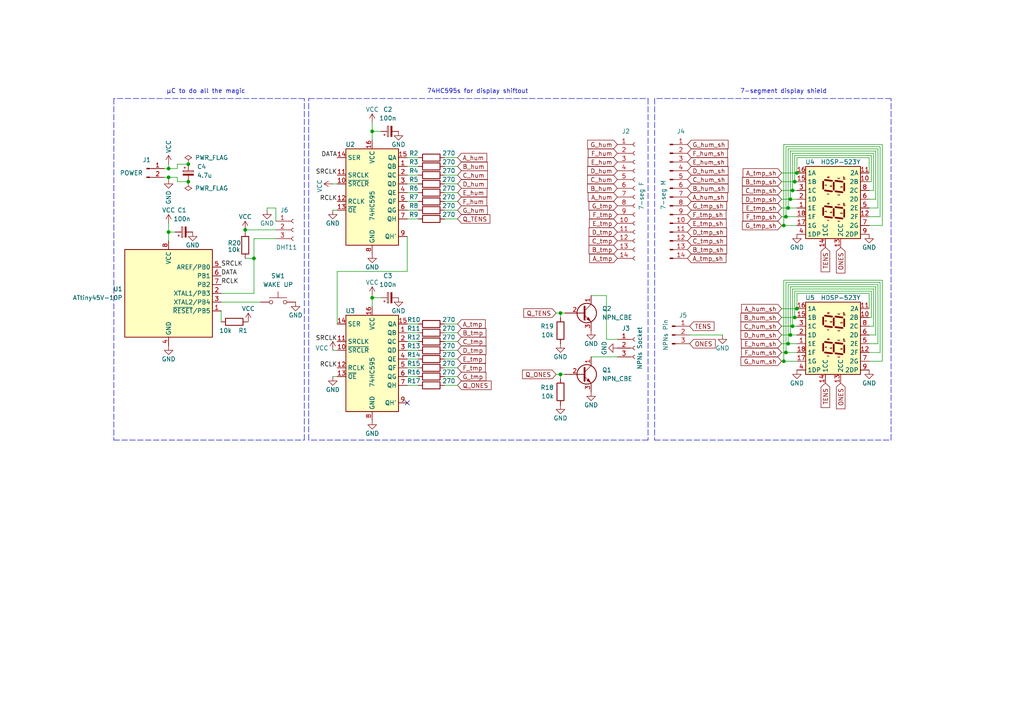
<source format=kicad_sch>
(kicad_sch (version 20211123) (generator eeschema)
  (paper "A4")
  (lib_symbols
    (symbol "74xx:74HC595"
      (property "Reference" "U" (at -7.62 13.97 0))
      (property "Value" "74HC595" (at -7.62 -16.51 0))
      (symbol "74HC595_1_0"
        (pin tri_state line (at 10.16 7.62 180) (length 2.54) (name "QB") (number "1"))
        (pin input line (at -10.16 2.54 0) (length 2.54) (name "~{SRCLR}") (number "10"))
        (pin input line (at -10.16 5.08 0) (length 2.54) (name "SRCLK") (number "11"))
        (pin input line (at -10.16 -2.54 0) (length 2.54) (name "RCLK") (number "12"))
        (pin input line (at -10.16 -5.08 0) (length 2.54) (name "~{OE}") (number "13"))
        (pin input line (at -10.16 10.16 0) (length 2.54) (name "SER") (number "14"))
        (pin tri_state line (at 10.16 10.16 180) (length 2.54) (name "QA") (number "15"))
        (pin power_in line (at 0 15.24 270) (length 2.54) (name "VCC") (number "16"))
        (pin tri_state line (at 10.16 5.08 180) (length 2.54) (name "QC") (number "2"))
        (pin tri_state line (at 10.16 2.54 180) (length 2.54) (name "QD") (number "3"))
        (pin tri_state line (at 10.16 0 180) (length 2.54) (name "QE") (number "4"))
        (pin tri_state line (at 10.16 -2.54 180) (length 2.54) (name "QF") (number "5"))
        (pin tri_state line (at 10.16 -5.08 180) (length 2.54) (name "QG") (number "6"))
        (pin tri_state line (at 10.16 -7.62 180) (length 2.54) (name "QH") (number "7"))
        (pin power_in line (at 0 -17.78 90) (length 2.54) (name "GND") (number "8"))
        (pin output line (at 10.16 -12.7 180) (length 2.54) (name "QH'") (number "9"))
      )
      (symbol "74HC595_1_1"
        (rectangle (start -7.62 12.7) (end 7.62 -15.24) (stroke (width 0.254)) (fill (type background)))
      )
    )
    (symbol "Connector:Conn_01x02_Male" (pin_names (offset 1.016) hide)
      (property "Reference" "J" (at 0 2.54 0))
      (property "Value" "Conn_01x02_Male" (at 0 -5.08 0))
      (symbol "Conn_01x02_Male_1_1"
        (polyline (pts (xy 1.27 -2.54) (xy 0.8636 -2.54)) (stroke (width 0.1524)))
        (polyline (pts (xy 1.27 0) (xy 0.8636 0)) (stroke (width 0.1524)))
        (rectangle (start 0.8636 -2.413) (end 0 -2.667) (stroke (width 0.1524)) (fill (type outline)))
        (rectangle (start 0.8636 0.127) (end 0 -0.127) (stroke (width 0.1524)) (fill (type outline)))
        (pin passive line (at 5.08 0 180) (length 3.81) (name "Pin_1") (number "1"))
        (pin passive line (at 5.08 -2.54 180) (length 3.81) (name "Pin_2") (number "2"))
      )
    )
    (symbol "Connector:Conn_01x03_Female" (pin_names (offset 1.016) hide)
      (property "Reference" "J" (at 0 5.08 0))
      (property "Value" "Conn_01x03_Female" (at 0 -5.08 0))
      (symbol "Conn_01x03_Female_1_1"
        (arc (start 0 -2.032) (mid -0.508 -2.54) (end 0 -3.048) (stroke (width 0.1524)))
        (polyline (pts (xy -1.27 -2.54) (xy -0.508 -2.54)) (stroke (width 0.1524)))
        (polyline (pts (xy -1.27 0) (xy -0.508 0)) (stroke (width 0.1524)))
        (polyline (pts (xy -1.27 2.54) (xy -0.508 2.54)) (stroke (width 0.1524)))
        (arc (start 0 0.508) (mid -0.508 0) (end 0 -0.508) (stroke (width 0.1524)))
        (arc (start 0 3.048) (mid -0.508 2.54) (end 0 2.032) (stroke (width 0.1524)))
        (pin passive line (at -5.08 2.54 0) (length 3.81) (name "Pin_1") (number "1"))
        (pin passive line (at -5.08 0 0) (length 3.81) (name "Pin_2") (number "2"))
        (pin passive line (at -5.08 -2.54 0) (length 3.81) (name "Pin_3") (number "3"))
      )
    )
    (symbol "Connector:Conn_01x03_Male" (pin_names (offset 1.016) hide)
      (property "Reference" "J" (at 0 5.08 0))
      (property "Value" "Conn_01x03_Male" (at 0 -5.08 0))
      (symbol "Conn_01x03_Male_1_1"
        (polyline (pts (xy 1.27 -2.54) (xy 0.8636 -2.54)) (stroke (width 0.1524)))
        (polyline (pts (xy 1.27 0) (xy 0.8636 0)) (stroke (width 0.1524)))
        (polyline (pts (xy 1.27 2.54) (xy 0.8636 2.54)) (stroke (width 0.1524)))
        (rectangle (start 0.8636 -2.413) (end 0 -2.667) (stroke (width 0.1524)) (fill (type outline)))
        (rectangle (start 0.8636 0.127) (end 0 -0.127) (stroke (width 0.1524)) (fill (type outline)))
        (rectangle (start 0.8636 2.667) (end 0 2.413) (stroke (width 0.1524)) (fill (type outline)))
        (pin passive line (at 5.08 2.54 180) (length 3.81) (name "Pin_1") (number "1"))
        (pin passive line (at 5.08 0 180) (length 3.81) (name "Pin_2") (number "2"))
        (pin passive line (at 5.08 -2.54 180) (length 3.81) (name "Pin_3") (number "3"))
      )
    )
    (symbol "Connector:Conn_01x14_Female" (pin_names (offset 1.016) hide)
      (property "Reference" "J" (at 0 17.78 0))
      (property "Value" "Conn_01x14_Female" (at 0 -20.32 0))
      (symbol "Conn_01x14_Female_1_1"
        (arc (start 0 -17.272) (mid -0.508 -17.78) (end 0 -18.288) (stroke (width 0.1524)))
        (arc (start 0 -14.732) (mid -0.508 -15.24) (end 0 -15.748) (stroke (width 0.1524)))
        (arc (start 0 -12.192) (mid -0.508 -12.7) (end 0 -13.208) (stroke (width 0.1524)))
        (arc (start 0 -9.652) (mid -0.508 -10.16) (end 0 -10.668) (stroke (width 0.1524)))
        (arc (start 0 -7.112) (mid -0.508 -7.62) (end 0 -8.128) (stroke (width 0.1524)))
        (arc (start 0 -4.572) (mid -0.508 -5.08) (end 0 -5.588) (stroke (width 0.1524)))
        (arc (start 0 -2.032) (mid -0.508 -2.54) (end 0 -3.048) (stroke (width 0.1524)))
        (polyline (pts (xy -1.27 -17.78) (xy -0.508 -17.78)) (stroke (width 0.1524)))
        (polyline (pts (xy -1.27 -15.24) (xy -0.508 -15.24)) (stroke (width 0.1524)))
        (polyline (pts (xy -1.27 -12.7) (xy -0.508 -12.7)) (stroke (width 0.1524)))
        (polyline (pts (xy -1.27 -10.16) (xy -0.508 -10.16)) (stroke (width 0.1524)))
        (polyline (pts (xy -1.27 -7.62) (xy -0.508 -7.62)) (stroke (width 0.1524)))
        (polyline (pts (xy -1.27 -5.08) (xy -0.508 -5.08)) (stroke (width 0.1524)))
        (polyline (pts (xy -1.27 -2.54) (xy -0.508 -2.54)) (stroke (width 0.1524)))
        (polyline (pts (xy -1.27 0) (xy -0.508 0)) (stroke (width 0.1524)))
        (polyline (pts (xy -1.27 2.54) (xy -0.508 2.54)) (stroke (width 0.1524)))
        (polyline (pts (xy -1.27 5.08) (xy -0.508 5.08)) (stroke (width 0.1524)))
        (polyline (pts (xy -1.27 7.62) (xy -0.508 7.62)) (stroke (width 0.1524)))
        (polyline (pts (xy -1.27 10.16) (xy -0.508 10.16)) (stroke (width 0.1524)))
        (polyline (pts (xy -1.27 12.7) (xy -0.508 12.7)) (stroke (width 0.1524)))
        (polyline (pts (xy -1.27 15.24) (xy -0.508 15.24)) (stroke (width 0.1524)))
        (arc (start 0 0.508) (mid -0.508 0) (end 0 -0.508) (stroke (width 0.1524)))
        (arc (start 0 3.048) (mid -0.508 2.54) (end 0 2.032) (stroke (width 0.1524)))
        (arc (start 0 5.588) (mid -0.508 5.08) (end 0 4.572) (stroke (width 0.1524)))
        (arc (start 0 8.128) (mid -0.508 7.62) (end 0 7.112) (stroke (width 0.1524)))
        (arc (start 0 10.668) (mid -0.508 10.16) (end 0 9.652) (stroke (width 0.1524)))
        (arc (start 0 13.208) (mid -0.508 12.7) (end 0 12.192) (stroke (width 0.1524)))
        (arc (start 0 15.748) (mid -0.508 15.24) (end 0 14.732) (stroke (width 0.1524)))
        (pin passive line (at -5.08 15.24 0) (length 3.81) (name "Pin_1") (number "1"))
        (pin passive line (at -5.08 -7.62 0) (length 3.81) (name "Pin_10") (number "10"))
        (pin passive line (at -5.08 -10.16 0) (length 3.81) (name "Pin_11") (number "11"))
        (pin passive line (at -5.08 -12.7 0) (length 3.81) (name "Pin_12") (number "12"))
        (pin passive line (at -5.08 -15.24 0) (length 3.81) (name "Pin_13") (number "13"))
        (pin passive line (at -5.08 -17.78 0) (length 3.81) (name "Pin_14") (number "14"))
        (pin passive line (at -5.08 12.7 0) (length 3.81) (name "Pin_2") (number "2"))
        (pin passive line (at -5.08 10.16 0) (length 3.81) (name "Pin_3") (number "3"))
        (pin passive line (at -5.08 7.62 0) (length 3.81) (name "Pin_4") (number "4"))
        (pin passive line (at -5.08 5.08 0) (length 3.81) (name "Pin_5") (number "5"))
        (pin passive line (at -5.08 2.54 0) (length 3.81) (name "Pin_6") (number "6"))
        (pin passive line (at -5.08 0 0) (length 3.81) (name "Pin_7") (number "7"))
        (pin passive line (at -5.08 -2.54 0) (length 3.81) (name "Pin_8") (number "8"))
        (pin passive line (at -5.08 -5.08 0) (length 3.81) (name "Pin_9") (number "9"))
      )
    )
    (symbol "Connector:Conn_01x14_Male" (pin_names (offset 1.016) hide)
      (property "Reference" "J" (at 0 17.78 0))
      (property "Value" "Conn_01x14_Male" (at 0 -20.32 0))
      (symbol "Conn_01x14_Male_1_1"
        (polyline (pts (xy 1.27 -17.78) (xy 0.8636 -17.78)) (stroke (width 0.1524)))
        (polyline (pts (xy 1.27 -15.24) (xy 0.8636 -15.24)) (stroke (width 0.1524)))
        (polyline (pts (xy 1.27 -12.7) (xy 0.8636 -12.7)) (stroke (width 0.1524)))
        (polyline (pts (xy 1.27 -10.16) (xy 0.8636 -10.16)) (stroke (width 0.1524)))
        (polyline (pts (xy 1.27 -7.62) (xy 0.8636 -7.62)) (stroke (width 0.1524)))
        (polyline (pts (xy 1.27 -5.08) (xy 0.8636 -5.08)) (stroke (width 0.1524)))
        (polyline (pts (xy 1.27 -2.54) (xy 0.8636 -2.54)) (stroke (width 0.1524)))
        (polyline (pts (xy 1.27 0) (xy 0.8636 0)) (stroke (width 0.1524)))
        (polyline (pts (xy 1.27 2.54) (xy 0.8636 2.54)) (stroke (width 0.1524)))
        (polyline (pts (xy 1.27 5.08) (xy 0.8636 5.08)) (stroke (width 0.1524)))
        (polyline (pts (xy 1.27 7.62) (xy 0.8636 7.62)) (stroke (width 0.1524)))
        (polyline (pts (xy 1.27 10.16) (xy 0.8636 10.16)) (stroke (width 0.1524)))
        (polyline (pts (xy 1.27 12.7) (xy 0.8636 12.7)) (stroke (width 0.1524)))
        (polyline (pts (xy 1.27 15.24) (xy 0.8636 15.24)) (stroke (width 0.1524)))
        (rectangle (start 0.8636 -17.653) (end 0 -17.907) (stroke (width 0.1524)) (fill (type outline)))
        (rectangle (start 0.8636 -15.113) (end 0 -15.367) (stroke (width 0.1524)) (fill (type outline)))
        (rectangle (start 0.8636 -12.573) (end 0 -12.827) (stroke (width 0.1524)) (fill (type outline)))
        (rectangle (start 0.8636 -10.033) (end 0 -10.287) (stroke (width 0.1524)) (fill (type outline)))
        (rectangle (start 0.8636 -7.493) (end 0 -7.747) (stroke (width 0.1524)) (fill (type outline)))
        (rectangle (start 0.8636 -4.953) (end 0 -5.207) (stroke (width 0.1524)) (fill (type outline)))
        (rectangle (start 0.8636 -2.413) (end 0 -2.667) (stroke (width 0.1524)) (fill (type outline)))
        (rectangle (start 0.8636 0.127) (end 0 -0.127) (stroke (width 0.1524)) (fill (type outline)))
        (rectangle (start 0.8636 2.667) (end 0 2.413) (stroke (width 0.1524)) (fill (type outline)))
        (rectangle (start 0.8636 5.207) (end 0 4.953) (stroke (width 0.1524)) (fill (type outline)))
        (rectangle (start 0.8636 7.747) (end 0 7.493) (stroke (width 0.1524)) (fill (type outline)))
        (rectangle (start 0.8636 10.287) (end 0 10.033) (stroke (width 0.1524)) (fill (type outline)))
        (rectangle (start 0.8636 12.827) (end 0 12.573) (stroke (width 0.1524)) (fill (type outline)))
        (rectangle (start 0.8636 15.367) (end 0 15.113) (stroke (width 0.1524)) (fill (type outline)))
        (pin passive line (at 5.08 15.24 180) (length 3.81) (name "Pin_1") (number "1"))
        (pin passive line (at 5.08 -7.62 180) (length 3.81) (name "Pin_10") (number "10"))
        (pin passive line (at 5.08 -10.16 180) (length 3.81) (name "Pin_11") (number "11"))
        (pin passive line (at 5.08 -12.7 180) (length 3.81) (name "Pin_12") (number "12"))
        (pin passive line (at 5.08 -15.24 180) (length 3.81) (name "Pin_13") (number "13"))
        (pin passive line (at 5.08 -17.78 180) (length 3.81) (name "Pin_14") (number "14"))
        (pin passive line (at 5.08 12.7 180) (length 3.81) (name "Pin_2") (number "2"))
        (pin passive line (at 5.08 10.16 180) (length 3.81) (name "Pin_3") (number "3"))
        (pin passive line (at 5.08 7.62 180) (length 3.81) (name "Pin_4") (number "4"))
        (pin passive line (at 5.08 5.08 180) (length 3.81) (name "Pin_5") (number "5"))
        (pin passive line (at 5.08 2.54 180) (length 3.81) (name "Pin_6") (number "6"))
        (pin passive line (at 5.08 0 180) (length 3.81) (name "Pin_7") (number "7"))
        (pin passive line (at 5.08 -2.54 180) (length 3.81) (name "Pin_8") (number "8"))
        (pin passive line (at 5.08 -5.08 180) (length 3.81) (name "Pin_9") (number "9"))
      )
    )
    (symbol "Device:C_Polarized_Small" (pin_numbers hide) (pin_names (offset 0.254) hide)
      (property "Reference" "C" (at 0.254 1.778 0))
      (property "Value" "C_Polarized_Small" (at 0.254 -2.032 0))
      (symbol "C_Polarized_Small_0_1"
        (rectangle (start -1.524 -0.3048) (end 1.524 -0.6858) (fill (type outline)))
        (rectangle (start -1.524 0.6858) (end 1.524 0.3048))
        (polyline (pts (xy -1.27 1.524) (xy -0.762 1.524)))
        (polyline (pts (xy -1.016 1.27) (xy -1.016 1.778)))
      )
      (symbol "C_Polarized_Small_1_1"
        (pin passive line (at 0 2.54 270) (length 1.8542) (name "~") (number "1"))
        (pin passive line (at 0 -2.54 90) (length 1.8542) (name "~") (number "2"))
      )
    )
    (symbol "Device:Q_NPN_CBE" (pin_names (offset 0) hide)
      (property "Reference" "Q" (at 5.08 1.27 0))
      (property "Value" "Q_NPN_CBE" (at 5.08 -1.27 0))
      (symbol "Q_NPN_CBE_0_1"
        (polyline (pts (xy 0.635 0.635) (xy 2.54 2.54)))
        (polyline (pts (xy 0.635 -0.635) (xy 2.54 -2.54) (xy 2.54 -2.54)))
        (polyline (pts (xy 0.635 1.905) (xy 0.635 -1.905) (xy 0.635 -1.905)) (stroke (width 0.508)))
        (polyline (pts (xy 1.27 -1.778) (xy 1.778 -1.27) (xy 2.286 -2.286) (xy 1.27 -1.778) (xy 1.27 -1.778)) (fill (type outline)))
        (circle (center 1.27 0) (radius 2.8194) (stroke (width 0.254)))
      )
      (symbol "Q_NPN_CBE_1_1"
        (pin passive line (at 2.54 5.08 270) (length 2.54) (name "C") (number "1"))
        (pin input line (at -5.08 0 0) (length 5.715) (name "B") (number "2"))
        (pin passive line (at 2.54 -5.08 90) (length 2.54) (name "E") (number "3"))
      )
    )
    (symbol "Device:R" (pin_numbers hide) (pin_names (offset 0))
      (property "Reference" "R" (at 2.032 0 90))
      (property "Value" "R" (at 0 0 90))
      (symbol "R_0_1"
        (rectangle (start -1.016 -2.54) (end 1.016 2.54) (stroke (width 0.254)))
      )
      (symbol "R_1_1"
        (pin passive line (at 0 3.81 270) (length 1.27) (name "~") (number "1"))
        (pin passive line (at 0 -3.81 90) (length 1.27) (name "~") (number "2"))
      )
    )
    (symbol "MCU_Microchip_ATtiny:ATtiny45V-10P"
      (property "Reference" "U" (at -12.7 13.97 0))
      (property "Value" "ATtiny45V-10P" (at 2.54 -13.97 0))
      (symbol "ATtiny45V-10P_0_1"
        (rectangle (start -12.7 -12.7) (end 12.7 12.7) (stroke (width 0.254)) (fill (type background)))
      )
      (symbol "ATtiny45V-10P_1_1"
        (pin bidirectional line (at 15.24 -5.08 180) (length 2.54) (name "~{RESET}/PB5") (number "1"))
        (pin bidirectional line (at 15.24 0 180) (length 2.54) (name "XTAL1/PB3") (number "2"))
        (pin bidirectional line (at 15.24 -2.54 180) (length 2.54) (name "XTAL2/PB4") (number "3"))
        (pin power_in line (at 0 -15.24 90) (length 2.54) (name "GND") (number "4"))
        (pin bidirectional line (at 15.24 7.62 180) (length 2.54) (name "AREF/PB0") (number "5"))
        (pin bidirectional line (at 15.24 5.08 180) (length 2.54) (name "PB1") (number "6"))
        (pin bidirectional line (at 15.24 2.54 180) (length 2.54) (name "PB2") (number "7"))
        (pin power_in line (at 0 15.24 270) (length 2.54) (name "VCC") (number "8"))
      )
    )
    (symbol "Switch:SW_Push" (pin_numbers hide) (pin_names (offset 1.016) hide)
      (property "Reference" "SW" (at 1.27 2.54 0))
      (property "Value" "SW_Push" (at 0 -1.524 0))
      (symbol "SW_Push_0_1"
        (circle (center -2.032 0) (radius 0.508))
        (polyline (pts (xy 0 1.27) (xy 0 3.048)))
        (polyline (pts (xy 2.54 1.27) (xy -2.54 1.27)))
        (circle (center 2.032 0) (radius 0.508))
        (pin passive line (at -5.08 0 0) (length 2.54) (name "1") (number "1"))
        (pin passive line (at 5.08 0 180) (length 2.54) (name "2") (number "2"))
      )
    )
    (symbol "custom:HDSP-523Y"
      (property "Reference" "U" (at -3.81 13.97 0))
      (property "Value" "HDSP-523Y" (at 6.35 13.97 0))
      (symbol "HDSP-523Y_1_0"
        (text "A" (at 0.762 4.064 900) (effects (font (size 0.508 0.508))))
        (text "B" (at 1.524 6.35 900) (effects (font (size 0.508 0.508))))
        (text "C" (at 4.572 6.096 900) (effects (font (size 0.508 0.508))))
        (text "D" (at 5.334 3.556 900) (effects (font (size 0.508 0.508))))
        (text "DP" (at 6.096 6.096 900) (effects (font (size 0.508 0.508))))
        (text "E" (at 4.572 1.27 900) (effects (font (size 0.508 0.508))))
        (text "F" (at 1.524 1.524 900) (effects (font (size 0.508 0.508))))
        (text "G" (at 2.286 3.81 900) (effects (font (size 0.508 0.508))))
      )
      (symbol "HDSP-523Y_1_1"
        (rectangle (start -5.08 9.525) (end 10.795 -11.43) (stroke (width 0.254)) (fill (type background)))
        (polyline (pts (xy 0 -4.572) (xy 0 -2.54)) (stroke (width 0.508)))
        (polyline (pts (xy 0 3.048) (xy 0 5.08)) (stroke (width 0.508)))
        (polyline (pts (xy 0.508 -5.08) (xy 2.54 -5.334)) (stroke (width 0.508)))
        (polyline (pts (xy 0.508 -2.032) (xy 2.54 -2.286)) (stroke (width 0.508)))
        (polyline (pts (xy 0.508 2.54) (xy 2.54 2.286)) (stroke (width 0.508)))
        (polyline (pts (xy 0.508 5.588) (xy 2.54 5.334)) (stroke (width 0.508)))
        (polyline (pts (xy 3.048 -4.826) (xy 3.048 -2.794)) (stroke (width 0.508)))
        (polyline (pts (xy 3.048 2.794) (xy 3.048 4.826)) (stroke (width 0.508)))
        (polyline (pts (xy 3.556 -5.334) (xy 5.588 -5.588)) (stroke (width 0.508)))
        (polyline (pts (xy 3.556 -2.286) (xy 5.588 -2.54)) (stroke (width 0.508)))
        (polyline (pts (xy 3.556 2.286) (xy 5.588 2.032)) (stroke (width 0.508)))
        (polyline (pts (xy 3.556 5.334) (xy 5.588 5.08)) (stroke (width 0.508)))
        (polyline (pts (xy 6.096 -5.08) (xy 6.096 -3.048)) (stroke (width 0.508)))
        (polyline (pts (xy 6.096 -1.27) (xy 6.096 -1.27)) (stroke (width 0.508)))
        (polyline (pts (xy 6.096 2.54) (xy 6.096 4.572)) (stroke (width 0.508)))
        (polyline (pts (xy 6.096 6.35) (xy 6.096 6.35)) (stroke (width 0.508)))
        (text "A" (at 0.762 -3.556 900) (effects (font (size 0.508 0.508))))
        (text "B" (at 1.524 -1.27 900) (effects (font (size 0.508 0.508))))
        (text "C" (at 4.572 -1.524 900) (effects (font (size 0.508 0.508))))
        (text "D" (at 5.334 -4.064 900) (effects (font (size 0.508 0.508))))
        (text "DP" (at 6.096 -1.524 900) (effects (font (size 0.508 0.508))))
        (text "E" (at 4.572 -6.35 900) (effects (font (size 0.508 0.508))))
        (text "F" (at 1.524 -6.096 900) (effects (font (size 0.508 0.508))))
        (text "G" (at 2.286 -3.81 900) (effects (font (size 0.508 0.508))))
        (pin input line (at -7.62 -2.54 0) (length 2.54) (name "1E") (number "1"))
        (pin input line (at 13.335 5.08 180) (length 2.54) (name "2B") (number "10"))
        (pin input line (at 13.335 7.62 180) (length 2.54) (name "2A") (number "11"))
        (pin input line (at 13.335 -5.08 180) (length 2.54) (name "2F") (number "12"))
        (pin input line (at 5.08 -13.97 90) (length 2.54) (name "2CC") (number "13"))
        (pin input line (at 0.635 -13.97 90) (length 2.54) (name "1CC") (number "14"))
        (pin input line (at -7.62 5.08 0) (length 2.54) (name "1B") (number "15"))
        (pin input line (at -7.62 7.62 0) (length 2.54) (name "1A") (number "16"))
        (pin input line (at -7.62 -7.62 0) (length 2.54) (name "1G") (number "17"))
        (pin input line (at -7.62 -5.08 0) (length 2.54) (name "1F") (number "18"))
        (pin input line (at -7.62 0 0) (length 2.54) (name "1D") (number "2"))
        (pin input line (at -7.62 2.54 0) (length 2.54) (name "1C") (number "3"))
        (pin input line (at -7.62 -10.16 0) (length 2.54) (name "1DP") (number "4"))
        (pin input line (at 13.335 -2.54 180) (length 2.54) (name "2E") (number "5"))
        (pin input line (at 13.335 0 180) (length 2.54) (name "2D") (number "6"))
        (pin input line (at 13.335 -7.62 180) (length 2.54) (name "2G") (number "7"))
        (pin input line (at 13.335 2.54 180) (length 2.54) (name "2C") (number "8"))
        (pin input line (at 13.335 -10.16 180) (length 2.54) (name "2DP") (number "9"))
      )
    )
    (symbol "power:GND" (power) (pin_names (offset 0))
      (property "Value" "GND" (at 0 -3.81 0))
      (symbol "GND_0_1"
        (polyline (pts (xy 0 0) (xy 0 -1.27) (xy 1.27 -1.27) (xy 0 -2.54) (xy -1.27 -1.27) (xy 0 -1.27)))
      )
      (symbol "GND_1_1"
        (pin power_in line (at 0 0 270) (length 0) hide (name "GND") (number "1"))
      )
    )
    (symbol "power:PWR_FLAG" (power) (pin_numbers hide) (pin_names (offset 0) hide)
      (property "Value" "PWR_FLAG" (at 0 3.81 0))
      (symbol "PWR_FLAG_0_0"
        (pin power_out line (at 0 0 90) (length 0) (name "pwr") (number "1"))
      )
      (symbol "PWR_FLAG_0_1"
        (polyline (pts (xy 0 0) (xy 0 1.27) (xy -1.016 1.905) (xy 0 2.54) (xy 1.016 1.905) (xy 0 1.27)))
      )
    )
    (symbol "power:VCC" (power) (pin_names (offset 0))
      (property "Value" "VCC" (at 0 3.81 0))
      (symbol "VCC_0_1"
        (polyline (pts (xy -0.762 1.27) (xy 0 2.54)))
        (polyline (pts (xy 0 0) (xy 0 2.54)))
        (polyline (pts (xy 0 2.54) (xy 0.762 1.27)))
      )
      (symbol "VCC_1_1"
        (pin power_in line (at 0 0 90) (length 0) hide (name "VCC") (number "1"))
      )
    )
  )
  (junction (at 229.87 94.615))
  (junction (at 48.895 48.895))
  (junction (at 54.61 52.705))
  (junction (at 229.235 57.785))
  (junction (at 162.56 108.585))
  (junction (at 107.95 38.1))
  (junction (at 229.235 97.155))
  (junction (at 230.505 52.705))
  (junction (at 228.6 99.695))
  (junction (at 229.87 55.245))
  (junction (at 231.14 89.535))
  (junction (at 227.33 65.405))
  (junction (at 228.6 60.325))
  (junction (at 227.965 62.865))
  (junction (at 73.66 74.93))
  (junction (at 231.14 50.165))
  (junction (at 48.895 51.435))
  (junction (at 227.33 104.775))
  (junction (at 54.61 47.625))
  (junction (at 162.56 90.805))
  (junction (at 48.895 67.31))
  (junction (at 227.965 102.235))
  (junction (at 71.12 66.675))
  (junction (at 230.505 92.075))
  (junction (at 107.95 86.36))
  (no_connect (at 118.11 116.84))
  (wire (pts (xy 254 57.785) (xy 254 43.815)))
  (wire (pts (xy 226.695 97.155) (xy 229.235 97.155)))
  (wire (pts (xy 48.895 51.435) (xy 48.895 52.07)))
  (wire (pts (xy 118.11 101.6) (xy 121.285 101.6)))
  (wire (pts (xy 254.635 99.695) (xy 252.095 99.695)))
  (wire (pts (xy 231.14 52.705) (xy 230.505 52.705)))
  (wire (pts (xy 48.895 47.625) (xy 48.895 48.895)))
  (wire (pts (xy 71.755 93.345) (xy 72.009 93.345)))
  (polyline (pts (xy 258.445 127.635) (xy 258.445 28.575)))
  (wire (pts (xy 128.905 48.26) (xy 132.715 48.26)))
  (polyline (pts (xy 33.02 28.575) (xy 33.02 127.635)))
  (wire (pts (xy 252.095 97.155) (xy 254 97.155)))
  (wire (pts (xy 227.965 42.545) (xy 255.27 42.545)))
  (polyline (pts (xy 189.865 28.575) (xy 189.865 127.635)))
  (polyline (pts (xy 189.865 127.635) (xy 258.445 127.635)))
  (wire (pts (xy 229.235 57.785) (xy 231.14 57.785)))
  (wire (pts (xy 255.905 65.405) (xy 252.095 65.405)))
  (wire (pts (xy 231.14 99.695) (xy 228.6 99.695)))
  (wire (pts (xy 230.505 52.705) (xy 230.505 45.085)))
  (wire (pts (xy 255.905 104.775) (xy 252.095 104.775)))
  (wire (pts (xy 96.52 101.6) (xy 97.79 101.6)))
  (wire (pts (xy 97.79 60.96) (xy 96.52 60.96)))
  (wire (pts (xy 253.365 94.615) (xy 252.095 94.615)))
  (wire (pts (xy 231.14 55.245) (xy 229.87 55.245)))
  (wire (pts (xy 118.11 93.98) (xy 121.285 93.98)))
  (wire (pts (xy 229.87 83.82) (xy 229.87 94.615)))
  (wire (pts (xy 107.95 86.36) (xy 107.95 85.725)))
  (wire (pts (xy 226.695 89.535) (xy 231.14 89.535)))
  (wire (pts (xy 118.11 45.72) (xy 121.285 45.72)))
  (wire (pts (xy 128.905 55.88) (xy 132.715 55.88)))
  (wire (pts (xy 229.235 83.185) (xy 254 83.185)))
  (wire (pts (xy 48.895 51.435) (xy 51.435 51.435)))
  (wire (pts (xy 229.87 44.45) (xy 253.365 44.45)))
  (polyline (pts (xy 88.265 28.575) (xy 33.02 28.575)))
  (polyline (pts (xy 258.445 28.575) (xy 189.865 28.575)))
  (wire (pts (xy 227.33 41.91) (xy 255.905 41.91)))
  (wire (pts (xy 230.505 84.455) (xy 252.73 84.455)))
  (wire (pts (xy 110.49 86.36) (xy 107.95 86.36)))
  (wire (pts (xy 255.27 102.235) (xy 255.27 81.915)))
  (wire (pts (xy 229.87 55.245) (xy 229.87 44.45)))
  (wire (pts (xy 226.695 99.695) (xy 228.6 99.695)))
  (wire (pts (xy 254 97.155) (xy 254 83.185)))
  (wire (pts (xy 97.79 78.74) (xy 97.79 93.98)))
  (wire (pts (xy 226.695 60.325) (xy 228.6 60.325)))
  (wire (pts (xy 80.01 60.325) (xy 80.01 64.135)))
  (wire (pts (xy 128.905 58.42) (xy 132.715 58.42)))
  (wire (pts (xy 128.905 106.68) (xy 132.715 106.68)))
  (wire (pts (xy 231.14 94.615) (xy 229.87 94.615)))
  (wire (pts (xy 162.56 92.075) (xy 162.56 90.805)))
  (wire (pts (xy 252.095 57.785) (xy 254 57.785)))
  (wire (pts (xy 96.52 109.22) (xy 97.79 109.22)))
  (wire (pts (xy 71.12 66.675) (xy 71.12 67.31)))
  (wire (pts (xy 228.6 60.325) (xy 228.6 43.18)))
  (wire (pts (xy 77.47 60.96) (xy 77.47 60.325)))
  (wire (pts (xy 107.95 88.9) (xy 107.95 86.36)))
  (wire (pts (xy 227.965 81.915) (xy 227.965 102.235)))
  (wire (pts (xy 118.11 55.88) (xy 121.285 55.88)))
  (wire (pts (xy 161.29 108.585) (xy 162.56 108.585)))
  (wire (pts (xy 48.895 64.77) (xy 48.895 67.31)))
  (wire (pts (xy 226.695 102.235) (xy 227.965 102.235)))
  (wire (pts (xy 228.6 43.18) (xy 254.635 43.18)))
  (wire (pts (xy 226.695 104.775) (xy 227.33 104.775)))
  (wire (pts (xy 209.55 97.155) (xy 200.025 97.155)))
  (wire (pts (xy 51.435 47.625) (xy 54.61 47.625)))
  (wire (pts (xy 231.14 65.405) (xy 227.33 65.405)))
  (wire (pts (xy 118.11 63.5) (xy 121.285 63.5)))
  (wire (pts (xy 118.11 111.76) (xy 121.285 111.76)))
  (wire (pts (xy 73.66 69.215) (xy 73.66 74.93)))
  (wire (pts (xy 118.11 50.8) (xy 121.285 50.8)))
  (polyline (pts (xy 33.02 127.635) (xy 88.265 127.635)))
  (polyline (pts (xy 89.535 28.575) (xy 187.96 28.575)))
  (wire (pts (xy 128.905 111.76) (xy 132.715 111.76)))
  (wire (pts (xy 162.56 90.805) (xy 163.83 90.805)))
  (wire (pts (xy 228.6 82.55) (xy 228.6 99.695)))
  (wire (pts (xy 227.33 104.775) (xy 227.33 81.28)))
  (wire (pts (xy 254.635 43.18) (xy 254.635 60.325)))
  (wire (pts (xy 118.11 53.34) (xy 121.285 53.34)))
  (wire (pts (xy 71.12 66.675) (xy 80.01 66.675)))
  (wire (pts (xy 64.135 87.63) (xy 75.565 87.63)))
  (wire (pts (xy 231.14 50.165) (xy 231.14 45.72)))
  (wire (pts (xy 171.45 85.725) (xy 175.895 85.725)))
  (wire (pts (xy 227.33 65.405) (xy 227.33 41.91)))
  (wire (pts (xy 118.11 78.74) (xy 97.79 78.74)))
  (wire (pts (xy 51.435 51.435) (xy 51.435 52.705)))
  (wire (pts (xy 73.66 69.215) (xy 80.01 69.215)))
  (wire (pts (xy 73.66 74.93) (xy 73.66 85.09)))
  (wire (pts (xy 229.235 83.185) (xy 229.235 97.155)))
  (wire (pts (xy 175.895 85.725) (xy 175.895 98.425)))
  (wire (pts (xy 253.365 44.45) (xy 253.365 55.245)))
  (wire (pts (xy 252.095 62.865) (xy 255.27 62.865)))
  (wire (pts (xy 175.895 98.425) (xy 179.07 98.425)))
  (wire (pts (xy 226.695 52.705) (xy 230.505 52.705)))
  (wire (pts (xy 230.505 92.075) (xy 230.505 84.455)))
  (wire (pts (xy 118.11 106.68) (xy 121.285 106.68)))
  (wire (pts (xy 231.14 89.535) (xy 231.14 85.09)))
  (wire (pts (xy 255.905 81.28) (xy 255.905 104.775)))
  (wire (pts (xy 64.135 90.17) (xy 64.135 93.345)))
  (wire (pts (xy 107.95 38.1) (xy 107.95 35.56)))
  (wire (pts (xy 51.435 52.705) (xy 54.61 52.705)))
  (wire (pts (xy 128.905 104.14) (xy 132.715 104.14)))
  (wire (pts (xy 118.11 96.52) (xy 121.285 96.52)))
  (wire (pts (xy 161.29 90.805) (xy 162.56 90.805)))
  (wire (pts (xy 97.79 53.34) (xy 96.52 53.34)))
  (wire (pts (xy 252.095 45.72) (xy 252.095 50.165)))
  (wire (pts (xy 252.73 52.705) (xy 252.095 52.705)))
  (wire (pts (xy 128.905 50.8) (xy 132.715 50.8)))
  (wire (pts (xy 121.285 99.06) (xy 118.11 99.06)))
  (wire (pts (xy 231.14 45.72) (xy 252.095 45.72)))
  (wire (pts (xy 226.695 57.785) (xy 229.235 57.785)))
  (wire (pts (xy 255.905 41.91) (xy 255.905 65.405)))
  (wire (pts (xy 226.695 62.865) (xy 227.965 62.865)))
  (wire (pts (xy 128.905 93.98) (xy 132.715 93.98)))
  (wire (pts (xy 71.12 74.93) (xy 73.66 74.93)))
  (wire (pts (xy 231.14 92.075) (xy 230.505 92.075)))
  (wire (pts (xy 253.365 83.82) (xy 253.365 94.615)))
  (wire (pts (xy 226.695 94.615) (xy 229.87 94.615)))
  (wire (pts (xy 162.56 108.585) (xy 163.83 108.585)))
  (wire (pts (xy 254.635 82.55) (xy 254.635 99.695)))
  (wire (pts (xy 128.905 101.6) (xy 132.715 101.6)))
  (wire (pts (xy 47.625 51.435) (xy 48.895 51.435)))
  (wire (pts (xy 121.285 109.22) (xy 118.11 109.22)))
  (wire (pts (xy 118.11 60.96) (xy 121.285 60.96)))
  (wire (pts (xy 253.365 55.245) (xy 252.095 55.245)))
  (wire (pts (xy 230.505 45.085) (xy 252.73 45.085)))
  (wire (pts (xy 226.695 65.405) (xy 227.33 65.405)))
  (polyline (pts (xy 187.96 28.575) (xy 187.96 127.635)))
  (wire (pts (xy 226.695 55.245) (xy 229.87 55.245)))
  (wire (pts (xy 110.49 38.1) (xy 107.95 38.1)))
  (wire (pts (xy 118.11 68.58) (xy 118.11 78.74)))
  (wire (pts (xy 252.73 92.075) (xy 252.095 92.075)))
  (wire (pts (xy 254.635 60.325) (xy 252.095 60.325)))
  (wire (pts (xy 229.235 97.155) (xy 231.14 97.155)))
  (wire (pts (xy 50.8 67.31) (xy 48.895 67.31)))
  (wire (pts (xy 162.56 109.855) (xy 162.56 108.585)))
  (wire (pts (xy 255.27 62.865) (xy 255.27 42.545)))
  (wire (pts (xy 51.435 48.895) (xy 51.435 47.625)))
  (wire (pts (xy 226.695 50.165) (xy 231.14 50.165)))
  (wire (pts (xy 227.33 81.28) (xy 255.905 81.28)))
  (wire (pts (xy 128.905 60.96) (xy 132.715 60.96)))
  (wire (pts (xy 128.905 109.22) (xy 132.715 109.22)))
  (wire (pts (xy 252.095 85.09) (xy 252.095 89.535)))
  (wire (pts (xy 227.965 42.545) (xy 227.965 62.865)))
  (wire (pts (xy 226.695 92.075) (xy 230.505 92.075)))
  (wire (pts (xy 231.14 85.09) (xy 252.095 85.09)))
  (wire (pts (xy 252.095 102.235) (xy 255.27 102.235)))
  (wire (pts (xy 227.965 81.915) (xy 255.27 81.915)))
  (wire (pts (xy 73.66 85.09) (xy 64.135 85.09)))
  (wire (pts (xy 252.73 45.085) (xy 252.73 52.705)))
  (wire (pts (xy 48.895 67.31) (xy 48.895 69.85)))
  (wire (pts (xy 121.285 104.14) (xy 118.11 104.14)))
  (wire (pts (xy 227.965 102.235) (xy 231.14 102.235)))
  (wire (pts (xy 171.45 103.505) (xy 179.07 103.505)))
  (wire (pts (xy 77.47 60.325) (xy 80.01 60.325)))
  (wire (pts (xy 107.95 40.64) (xy 107.95 38.1)))
  (wire (pts (xy 231.14 60.325) (xy 228.6 60.325)))
  (wire (pts (xy 128.905 96.52) (xy 132.715 96.52)))
  (wire (pts (xy 128.905 45.72) (xy 132.715 45.72)))
  (wire (pts (xy 231.14 104.775) (xy 227.33 104.775)))
  (wire (pts (xy 118.11 58.42) (xy 121.285 58.42)))
  (polyline (pts (xy 88.265 127.635) (xy 88.265 28.575)))
  (wire (pts (xy 229.87 83.82) (xy 253.365 83.82)))
  (wire (pts (xy 118.11 48.26) (xy 121.285 48.26)))
  (wire (pts (xy 48.895 48.895) (xy 51.435 48.895)))
  (wire (pts (xy 128.905 99.06) (xy 132.715 99.06)))
  (wire (pts (xy 128.905 63.5) (xy 132.715 63.5)))
  (wire (pts (xy 128.905 53.34) (xy 132.715 53.34)))
  (wire (pts (xy 229.235 43.815) (xy 254 43.815)))
  (polyline (pts (xy 89.535 127.635) (xy 89.535 28.575)))
  (polyline (pts (xy 187.96 127.635) (xy 89.535 127.635)))
  (wire (pts (xy 228.6 82.55) (xy 254.635 82.55)))
  (wire (pts (xy 229.235 43.815) (xy 229.235 57.785)))
  (wire (pts (xy 252.73 84.455) (xy 252.73 92.075)))
  (wire (pts (xy 227.965 62.865) (xy 231.14 62.865)))
  (wire (pts (xy 47.625 48.895) (xy 48.895 48.895)))
  (text "7-segment display shield" (at 214.63 27.305 0) (effects (font (size 1.27 1.27)) (justify left bottom)))
  (text "74HC595s for display shiftout" (at 123.825 27.305 0) (effects (font (size 1.27 1.27)) (justify left bottom)))
  (text "µC to do all the magic" (at 48.26 27.305 0) (effects (font (size 1.27 1.27)) (justify left bottom)))
  (label "RCLK" (at 97.79 106.68 180))
  (label "DATA" (at 64.135 80.01 0))
  (label "SRCLK" (at 97.79 99.06 180))
  (label "SRCLK" (at 64.135 77.47 0))
  (label "RCLK" (at 64.135 82.55 0))
  (label "DATA" (at 97.79 45.72 180))
  (label "SRCLK" (at 97.79 50.8 180))
  (label "RCLK" (at 97.79 58.42 180))
  (global_label "E_hum" (shape input) (at 132.715 55.88 0) (property "Intersheet References" "${INTERSHEET_REFS}" (effects hide)))
  (global_label "D_tmp_sh" (shape input) (at 226.695 57.785 180) (property "Intersheet References" "${INTERSHEET_REFS}" (effects hide)))
  (global_label "E_tmp" (shape input) (at 179.07 64.77 180) (property "Intersheet References" "${INTERSHEET_REFS}" (effects hide)))
  (global_label "ONES" (shape input) (at 200.025 99.695 0) (property "Intersheet References" "${INTERSHEET_REFS}" (effects hide)))
  (global_label "E_tmp" (shape input) (at 132.715 104.14 0) (property "Intersheet References" "${INTERSHEET_REFS}" (effects hide)))
  (global_label "D_hum" (shape input) (at 132.715 53.34 0) (property "Intersheet References" "${INTERSHEET_REFS}" (effects hide)))
  (global_label "ONES" (shape input) (at 243.84 71.755 270) (property "Intersheet References" "${INTERSHEET_REFS}" (effects hide)))
  (global_label "C_tmp" (shape input) (at 132.715 99.06 0) (property "Intersheet References" "${INTERSHEET_REFS}" (effects hide)))
  (global_label "G_tmp" (shape input) (at 132.715 109.22 0) (property "Intersheet References" "${INTERSHEET_REFS}" (effects hide)))
  (global_label "D_tmp_sh" (shape input) (at 199.39 67.31 0) (property "Intersheet References" "${INTERSHEET_REFS}" (effects hide)))
  (global_label "TENS" (shape input) (at 200.025 94.615 0) (property "Intersheet References" "${INTERSHEET_REFS}" (effects hide)))
  (global_label "D_tmp" (shape input) (at 179.07 67.31 180) (property "Intersheet References" "${INTERSHEET_REFS}" (effects hide)))
  (global_label "F_hum" (shape input) (at 179.07 44.45 180) (property "Intersheet References" "${INTERSHEET_REFS}" (effects hide)))
  (global_label "A_tmp" (shape input) (at 179.07 74.93 180) (property "Intersheet References" "${INTERSHEET_REFS}" (effects hide)))
  (global_label "G_hum" (shape input) (at 179.07 41.91 180) (property "Intersheet References" "${INTERSHEET_REFS}" (effects hide)))
  (global_label "A_tmp_sh" (shape input) (at 226.695 50.165 180) (property "Intersheet References" "${INTERSHEET_REFS}" (effects hide)))
  (global_label "A_hum_sh" (shape input) (at 226.695 89.535 180) (property "Intersheet References" "${INTERSHEET_REFS}" (effects hide)))
  (global_label "E_hum_sh" (shape input) (at 226.695 99.695 180) (property "Intersheet References" "${INTERSHEET_REFS}" (effects hide)))
  (global_label "F_hum_sh" (shape input) (at 199.39 44.45 0) (property "Intersheet References" "${INTERSHEET_REFS}" (effects hide)))
  (global_label "C_tmp_sh" (shape input) (at 199.39 69.85 0) (property "Intersheet References" "${INTERSHEET_REFS}" (effects hide)))
  (global_label "B_tmp_sh" (shape input) (at 226.695 52.705 180) (property "Intersheet References" "${INTERSHEET_REFS}" (effects hide)))
  (global_label "TENS" (shape input) (at 239.395 111.125 270) (property "Intersheet References" "${INTERSHEET_REFS}" (effects hide)))
  (global_label "F_tmp" (shape input) (at 179.07 62.23 180) (property "Intersheet References" "${INTERSHEET_REFS}" (effects hide)))
  (global_label "C_tmp" (shape input) (at 179.07 69.85 180) (property "Intersheet References" "${INTERSHEET_REFS}" (effects hide)))
  (global_label "B_tmp" (shape input) (at 132.715 96.52 0) (property "Intersheet References" "${INTERSHEET_REFS}" (effects hide)))
  (global_label "A_hum" (shape input) (at 179.07 57.15 180) (property "Intersheet References" "${INTERSHEET_REFS}" (effects hide)))
  (global_label "TENS" (shape input) (at 239.395 71.755 270) (property "Intersheet References" "${INTERSHEET_REFS}" (effects hide)))
  (global_label "E_hum" (shape input) (at 179.07 46.99 180) (property "Intersheet References" "${INTERSHEET_REFS}" (effects hide)))
  (global_label "B_hum_sh" (shape input) (at 199.39 54.61 0) (property "Intersheet References" "${INTERSHEET_REFS}" (effects hide)))
  (global_label "F_hum" (shape input) (at 132.715 58.42 0) (property "Intersheet References" "${INTERSHEET_REFS}" (effects hide)))
  (global_label "F_tmp" (shape input) (at 132.715 106.68 0) (property "Intersheet References" "${INTERSHEET_REFS}" (effects hide)))
  (global_label "B_tmp" (shape input) (at 179.07 72.39 180) (property "Intersheet References" "${INTERSHEET_REFS}" (effects hide)))
  (global_label "G_tmp" (shape input) (at 179.07 59.69 180) (property "Intersheet References" "${INTERSHEET_REFS}" (effects hide)))
  (global_label "D_tmp" (shape input) (at 132.715 101.6 0) (property "Intersheet References" "${INTERSHEET_REFS}" (effects hide)))
  (global_label "E_tmp_sh" (shape input) (at 226.695 60.325 180) (property "Intersheet References" "${INTERSHEET_REFS}" (effects hide)))
  (global_label "C_hum_sh" (shape input) (at 226.695 94.615 180) (property "Intersheet References" "${INTERSHEET_REFS}" (effects hide)))
  (global_label "F_tmp_sh" (shape input) (at 199.39 62.23 0) (property "Intersheet References" "${INTERSHEET_REFS}" (effects hide)))
  (global_label "E_hum_sh" (shape input) (at 199.39 46.99 0) (property "Intersheet References" "${INTERSHEET_REFS}" (effects hide)))
  (global_label "Q_ONES" (shape input) (at 161.29 108.585 180) (property "Intersheet References" "${INTERSHEET_REFS}" (effects hide)))
  (global_label "C_hum" (shape input) (at 179.07 52.07 180) (property "Intersheet References" "${INTERSHEET_REFS}" (effects hide)))
  (global_label "C_tmp_sh" (shape input) (at 226.695 55.245 180) (property "Intersheet References" "${INTERSHEET_REFS}" (effects hide)))
  (global_label "G_hum" (shape input) (at 132.715 60.96 0) (property "Intersheet References" "${INTERSHEET_REFS}" (effects hide)))
  (global_label "G_tmp_sh" (shape input) (at 199.39 59.69 0) (property "Intersheet References" "${INTERSHEET_REFS}" (effects hide)))
  (global_label "A_tmp_sh" (shape input) (at 199.39 74.93 0) (property "Intersheet References" "${INTERSHEET_REFS}" (effects hide)))
  (global_label "C_hum_sh" (shape input) (at 199.39 52.07 0) (property "Intersheet References" "${INTERSHEET_REFS}" (effects hide)))
  (global_label "E_tmp_sh" (shape input) (at 199.39 64.77 0) (property "Intersheet References" "${INTERSHEET_REFS}" (effects hide)))
  (global_label "F_hum_sh" (shape input) (at 226.695 102.235 180) (property "Intersheet References" "${INTERSHEET_REFS}" (effects hide)))
  (global_label "G_hum_sh" (shape input) (at 199.39 41.91 0) (property "Intersheet References" "${INTERSHEET_REFS}" (effects hide)))
  (global_label "B_tmp_sh" (shape input) (at 199.39 72.39 0) (property "Intersheet References" "${INTERSHEET_REFS}" (effects hide)))
  (global_label "B_hum" (shape input) (at 132.715 48.26 0) (property "Intersheet References" "${INTERSHEET_REFS}" (effects hide)))
  (global_label "Q_TENS" (shape input) (at 132.715 63.5 0) (property "Intersheet References" "${INTERSHEET_REFS}" (effects hide)))
  (global_label "B_hum" (shape input) (at 179.07 54.61 180) (property "Intersheet References" "${INTERSHEET_REFS}" (effects hide)))
  (global_label "A_hum_sh" (shape input) (at 199.39 57.15 0) (property "Intersheet References" "${INTERSHEET_REFS}" (effects hide)))
  (global_label "A_hum" (shape input) (at 132.715 45.72 0) (property "Intersheet References" "${INTERSHEET_REFS}" (effects hide)))
  (global_label "A_tmp" (shape input) (at 132.715 93.98 0) (property "Intersheet References" "${INTERSHEET_REFS}" (effects hide)))
  (global_label "Q_ONES" (shape input) (at 132.715 111.76 0) (property "Intersheet References" "${INTERSHEET_REFS}" (effects hide)))
  (global_label "C_hum" (shape input) (at 132.715 50.8 0) (property "Intersheet References" "${INTERSHEET_REFS}" (effects hide)))
  (global_label "B_hum_sh" (shape input) (at 226.695 92.075 180) (property "Intersheet References" "${INTERSHEET_REFS}" (effects hide)))
  (global_label "D_hum_sh" (shape input) (at 199.39 49.53 0) (property "Intersheet References" "${INTERSHEET_REFS}" (effects hide)))
  (global_label "F_tmp_sh" (shape input) (at 226.695 62.865 180) (property "Intersheet References" "${INTERSHEET_REFS}" (effects hide)))
  (global_label "D_hum" (shape input) (at 179.07 49.53 180) (property "Intersheet References" "${INTERSHEET_REFS}" (effects hide)))
  (global_label "D_hum_sh" (shape input) (at 226.695 97.155 180) (property "Intersheet References" "${INTERSHEET_REFS}" (effects hide)))
  (global_label "ONES" (shape input) (at 243.84 111.125 270) (property "Intersheet References" "${INTERSHEET_REFS}" (effects hide)))
  (global_label "G_hum_sh" (shape input) (at 226.695 104.775 180) (property "Intersheet References" "${INTERSHEET_REFS}" (effects hide)))
  (global_label "Q_TENS" (shape input) (at 161.29 90.805 180) (property "Intersheet References" "${INTERSHEET_REFS}" (effects hide)))
  (global_label "G_tmp_sh" (shape input) (at 226.695 65.405 180) (property "Intersheet References" "${INTERSHEET_REFS}" (effects hide)))
  (symbol (lib_id "Device:R") (at 67.945 93.345 270) (unit 1)
    (property "Reference" "R1" (at 70.485 95.885 90))
    (property "Value" "10k" (at 65.405 95.885 90))
    (property "Footprint" "Resistor_SMD:R_1206_3216Metric_Pad1.30x1.75mm_HandSolder" (effects hide))
  )
  (symbol (lib_id "Switch:SW_Push") (at 80.645 87.63 0) (unit 1)
    (property "Reference" "SW1" (at 80.645 80.01 0))
    (property "Value" "WAKE UP" (at 80.645 82.55 0))
    (property "Footprint" "Connector_PinHeader_2.54mm:PinHeader_1x02_P2.54mm_Vertical" (effects hide))
  )
  (symbol (lib_id "74xx:74HC595") (at 107.95 55.88 0) (unit 1)
    (property "Reference" "U2" (at 101.6 41.91 0))
    (property "Value" "74HC595" (at 107.95 59.69 90))
    (property "Footprint" "Package_SO:SOIC-16_3.9x9.9mm_P1.27mm" (effects hide))
    (property "Datasheet" "http://www.ti.com/lit/ds/symlink/sn74hc595.pdf" (effects hide))
  )
  (symbol (lib_id "74xx:74HC595") (at 107.95 104.14 0) (unit 1)
    (property "Reference" "U3" (at 101.6 90.17 0))
    (property "Value" "74HC595" (at 107.95 107.95 90))
    (property "Footprint" "Package_SO:SOIC-16_3.9x9.9mm_P1.27mm" (effects hide))
    (property "Datasheet" "http://www.ti.com/lit/ds/symlink/sn74hc595.pdf" (effects hide))
  )
  (symbol (lib_id "Device:Q_NPN_CBE") (at 168.91 108.585 0) (unit 1)
    (property "Reference" "Q1" (at 174.625 107.3149 0) (effects (justify left)))
    (property "Value" "NPN_CBE" (at 174.625 109.8549 0) (effects (justify left)))
    (property "Footprint" "Package_TO_SOT_SMD:SOT-23_Handsoldering" (effects hide))
  )
  (symbol (lib_id "Device:Q_NPN_CBE") (at 168.91 90.805 0) (unit 1)
    (property "Reference" "Q2" (at 174.625 89.5349 0) (effects (justify left)))
    (property "Value" "NPN_CBE" (at 174.625 92.0749 0) (effects (justify left)))
    (property "Footprint" "Package_TO_SOT_SMD:SOT-23_Handsoldering" (effects hide))
  )
  (symbol (lib_id "Device:R") (at 125.095 45.72 270) (unit 1)
    (property "Reference" "R2" (at 120.015 44.45 90))
    (property "Value" "270" (at 130.175 44.45 90))
    (property "Footprint" "Resistor_SMD:R_1206_3216Metric_Pad1.30x1.75mm_HandSolder" (effects hide))
  )
  (symbol (lib_id "Connector:Conn_01x02_Male") (at 42.545 48.895 0) (unit 1)
    (property "Reference" "J1" (at 42.545 46.355 0))
    (property "Value" "POWER" (at 38.1 50.165 0))
    (property "Footprint" "Connector_PinHeader_2.54mm:PinHeader_1x02_P2.54mm_Vertical" (effects hide))
  )
  (symbol (lib_id "power:PWR_FLAG") (at 54.61 47.625 0) (unit 1)
    (property "Reference" "#FLG01" (effects hide))
    (property "Value" "PWR_FLAG" (at 56.515 45.72 0) (effects (justify left)))
  )
  (symbol (lib_id "power:PWR_FLAG") (at 54.61 52.705 180) (unit 1)
    (property "Reference" "#FLG02" (effects hide))
    (property "Value" "PWR_FLAG" (at 56.515 54.61 0) (effects (justify right)))
  )
  (symbol (lib_id "power:GND") (at 48.895 100.33 0) (unit 1)
    (property "Reference" "#PWR04" (effects hide))
    (property "Value" "GND" (at 48.895 104.14 0))
  )
  (symbol (lib_id "power:VCC") (at 48.895 64.77 0) (unit 1)
    (property "Reference" "#PWR03" (effects hide))
    (property "Value" "VCC" (at 48.895 60.96 0))
  )
  (symbol (lib_id "power:VCC") (at 48.895 47.625 0) (unit 1)
    (property "Reference" "#PWR01" (effects hide))
    (property "Value" "VCC" (at 48.895 44.45 90) (effects (justify left)))
  )
  (symbol (lib_id "power:GND") (at 48.895 52.07 0) (unit 1)
    (property "Reference" "#PWR02" (effects hide))
    (property "Value" "GND" (at 48.895 55.245 90) (effects (justify right)))
  )
  (symbol (lib_id "power:GND") (at 55.88 67.31 0) (unit 1)
    (property "Reference" "#PWR05" (effects hide))
    (property "Value" "GND" (at 55.88 71.12 0))
  )
  (symbol (lib_id "power:VCC") (at 72.009 93.345 0) (unit 1)
    (property "Reference" "#PWR06" (effects hide))
    (property "Value" "VCC" (at 72.009 89.535 0))
  )
  (symbol (lib_id "Device:R") (at 162.56 113.665 180) (unit 1)
    (property "Reference" "R18" (at 160.655 112.3949 0) (effects (justify left)))
    (property "Value" "10k" (at 160.655 114.9349 0) (effects (justify left)))
    (property "Footprint" "Resistor_SMD:R_1206_3216Metric_Pad1.30x1.75mm_HandSolder" (effects hide))
  )
  (symbol (lib_id "Device:R") (at 162.56 95.885 180) (unit 1)
    (property "Reference" "R19" (at 160.655 94.6149 0) (effects (justify left)))
    (property "Value" "10k" (at 160.655 97.1549 0) (effects (justify left)))
    (property "Footprint" "Resistor_SMD:R_1206_3216Metric_Pad1.30x1.75mm_HandSolder" (effects hide))
  )
  (symbol (lib_id "power:GND") (at 162.56 117.475 0) (unit 1)
    (property "Reference" "#PWR022" (effects hide))
    (property "Value" "GND" (at 162.56 121.285 0))
  )
  (symbol (lib_id "power:GND") (at 162.56 99.695 0) (unit 1)
    (property "Reference" "#PWR023" (effects hide))
    (property "Value" "GND" (at 162.56 103.505 0))
  )
  (symbol (lib_id "Connector:Conn_01x03_Female") (at 85.09 66.675 0) (unit 1)
    (property "Reference" "J6" (at 81.28 60.96 0) (effects (justify left)))
    (property "Value" "DHT11" (at 80.01 71.755 0) (effects (justify left)))
    (property "Footprint" "Connector_PinHeader_2.54mm:PinHeader_1x03_P2.54mm_Vertical" (effects hide))
  )
  (symbol (lib_id "power:VCC") (at 71.12 66.675 0) (unit 1)
    (property "Reference" "#PWR024" (effects hide))
    (property "Value" "VCC" (at 71.12 62.865 0))
  )
  (symbol (lib_id "power:GND") (at 77.47 60.96 0) (unit 1)
    (property "Reference" "#PWR025" (effects hide))
    (property "Value" "GND" (at 77.47 64.77 0))
  )
  (symbol (lib_id "power:VCC") (at 107.95 35.56 0) (unit 1)
    (property "Reference" "#PWR012" (effects hide))
    (property "Value" "VCC" (at 107.95 31.75 0))
  )
  (symbol (lib_id "power:GND") (at 115.57 38.1 0) (unit 1)
    (property "Reference" "#PWR016" (effects hide))
    (property "Value" "GND" (at 115.57 41.91 0))
  )
  (symbol (lib_id "power:VCC") (at 107.95 85.725 0) (unit 1)
    (property "Reference" "#PWR014" (effects hide))
    (property "Value" "VCC" (at 107.95 81.915 0))
  )
  (symbol (lib_id "power:GND") (at 115.57 86.36 0) (unit 1)
    (property "Reference" "#PWR017" (effects hide))
    (property "Value" "GND" (at 115.57 90.17 0))
  )
  (symbol (lib_id "power:GND") (at 107.95 121.92 0) (unit 1)
    (property "Reference" "#PWR015" (effects hide))
    (property "Value" "GND" (at 107.95 125.73 0))
  )
  (symbol (lib_id "power:GND") (at 107.95 73.66 0) (unit 1)
    (property "Reference" "#PWR013" (effects hide))
    (property "Value" "GND" (at 107.95 77.47 0))
  )
  (symbol (lib_id "power:GND") (at 85.725 87.63 0) (unit 1)
    (property "Reference" "#PWR07" (effects hide))
    (property "Value" "GND" (at 85.725 91.44 0))
  )
  (symbol (lib_id "power:VCC") (at 96.52 53.34 90) (unit 1)
    (property "Reference" "#PWR08" (effects hide))
    (property "Value" "VCC" (at 92.71 55.88 0) (effects (justify left)))
  )
  (symbol (lib_id "power:GND") (at 96.52 109.22 0) (unit 1)
    (property "Reference" "#PWR011" (effects hide))
    (property "Value" "GND" (at 96.52 113.03 0))
  )
  (symbol (lib_id "power:GND") (at 96.52 60.96 0) (unit 1)
    (property "Reference" "#PWR09" (effects hide))
    (property "Value" "GND" (at 96.52 64.77 0))
  )
  (symbol (lib_id "power:VCC") (at 96.52 101.6 0) (unit 1)
    (property "Reference" "#PWR010" (effects hide))
    (property "Value" "VCC" (at 91.44 100.965 0) (effects (justify left)))
  )
  (symbol (lib_id "custom:HDSP-523Y") (at 238.76 57.785 0) (unit 1)
    (property "Reference" "U4" (at 234.95 46.99 0))
    (property "Value" "HDSP-523Y" (at 243.84 46.99 0))
    (property "Footprint" "Custom:HDSP-523Y" (effects hide))
    (property "Datasheet" "https://docs.broadcom.com/docs/AV02-2553EN" (effects hide))
  )
  (symbol (lib_id "Device:R") (at 125.095 48.26 270) (unit 1)
    (property "Reference" "R3" (at 120.015 46.99 90))
    (property "Value" "270" (at 130.175 46.99 90))
    (property "Footprint" "Resistor_SMD:R_1206_3216Metric_Pad1.30x1.75mm_HandSolder" (effects hide))
  )
  (symbol (lib_id "Device:R") (at 125.095 50.8 270) (unit 1)
    (property "Reference" "R4" (at 120.015 49.53 90))
    (property "Value" "270" (at 130.175 49.53 90))
    (property "Footprint" "Resistor_SMD:R_1206_3216Metric_Pad1.30x1.75mm_HandSolder" (effects hide))
  )
  (symbol (lib_id "Device:R") (at 125.095 53.34 270) (unit 1)
    (property "Reference" "R5" (at 120.015 52.07 90))
    (property "Value" "270" (at 130.175 52.07 90))
    (property "Footprint" "Resistor_SMD:R_1206_3216Metric_Pad1.30x1.75mm_HandSolder" (effects hide))
  )
  (symbol (lib_id "Device:R") (at 125.095 55.88 270) (unit 1)
    (property "Reference" "R6" (at 120.015 54.61 90))
    (property "Value" "270" (at 130.175 54.61 90))
    (property "Footprint" "Resistor_SMD:R_1206_3216Metric_Pad1.30x1.75mm_HandSolder" (effects hide))
  )
  (symbol (lib_id "Device:R") (at 125.095 58.42 270) (unit 1)
    (property "Reference" "R7" (at 120.015 57.15 90))
    (property "Value" "270" (at 130.175 57.15 90))
    (property "Footprint" "Resistor_SMD:R_1206_3216Metric_Pad1.30x1.75mm_HandSolder" (effects hide))
  )
  (symbol (lib_id "Device:R") (at 125.095 60.96 270) (unit 1)
    (property "Reference" "R8" (at 120.015 59.69 90))
    (property "Value" "270" (at 130.175 59.69 90))
    (property "Footprint" "Resistor_SMD:R_1206_3216Metric_Pad1.30x1.75mm_HandSolder" (effects hide))
  )
  (symbol (lib_id "Device:R") (at 125.095 63.5 270) (unit 1)
    (property "Reference" "R9" (at 120.015 62.23 90))
    (property "Value" "270" (at 130.175 62.23 90))
    (property "Footprint" "Resistor_SMD:R_1206_3216Metric_Pad1.30x1.75mm_HandSolder" (effects hide))
  )
  (symbol (lib_id "Device:R") (at 125.095 93.98 270) (unit 1)
    (property "Reference" "R10" (at 120.015 92.71 90))
    (property "Value" "270" (at 130.175 92.71 90))
    (property "Footprint" "Resistor_SMD:R_1206_3216Metric_Pad1.30x1.75mm_HandSolder" (effects hide))
  )
  (symbol (lib_id "Device:R") (at 125.095 96.52 270) (unit 1)
    (property "Reference" "R11" (at 120.015 95.25 90))
    (property "Value" "270" (at 130.175 95.25 90))
    (property "Footprint" "Resistor_SMD:R_1206_3216Metric_Pad1.30x1.75mm_HandSolder" (effects hide))
  )
  (symbol (lib_id "Device:R") (at 125.095 99.06 270) (unit 1)
    (property "Reference" "R12" (at 120.015 97.79 90))
    (property "Value" "270" (at 130.175 97.79 90))
    (property "Footprint" "Resistor_SMD:R_1206_3216Metric_Pad1.30x1.75mm_HandSolder" (effects hide))
  )
  (symbol (lib_id "Device:R") (at 125.095 101.6 270) (unit 1)
    (property "Reference" "R13" (at 120.015 100.33 90))
    (property "Value" "270" (at 130.175 100.33 90))
    (property "Footprint" "Resistor_SMD:R_1206_3216Metric_Pad1.30x1.75mm_HandSolder" (effects hide))
  )
  (symbol (lib_id "Device:R") (at 125.095 104.14 270) (unit 1)
    (property "Reference" "R14" (at 120.015 102.87 90))
    (property "Value" "270" (at 130.175 102.87 90))
    (property "Footprint" "Resistor_SMD:R_1206_3216Metric_Pad1.30x1.75mm_HandSolder" (effects hide))
  )
  (symbol (lib_id "Device:R") (at 125.095 106.68 270) (unit 1)
    (property "Reference" "R15" (at 120.015 105.41 90))
    (property "Value" "270" (at 130.175 105.41 90))
    (property "Footprint" "Resistor_SMD:R_1206_3216Metric_Pad1.30x1.75mm_HandSolder" (effects hide))
  )
  (symbol (lib_id "Device:R") (at 125.095 109.22 270) (unit 1)
    (property "Reference" "R16" (at 120.015 107.95 90))
    (property "Value" "270" (at 130.175 107.95 90))
    (property "Footprint" "Resistor_SMD:R_1206_3216Metric_Pad1.30x1.75mm_HandSolder" (effects hide))
  )
  (symbol (lib_id "Device:R") (at 125.095 111.76 270) (unit 1)
    (property "Reference" "R17" (at 120.015 110.49 90))
    (property "Value" "270" (at 130.175 110.49 90))
    (property "Footprint" "Resistor_SMD:R_1206_3216Metric_Pad1.30x1.75mm_HandSolder" (effects hide))
  )
  (symbol (lib_id "power:GND") (at 231.14 67.945 0) (unit 1)
    (property "Reference" "#PWR0102" (effects hide))
    (property "Value" "GND" (at 231.14 71.755 0))
  )
  (symbol (lib_id "power:GND") (at 252.095 67.945 0) (unit 1)
    (property "Reference" "#PWR0101" (effects hide))
    (property "Value" "GND" (at 252.095 71.755 0))
  )
  (symbol (lib_id "custom:HDSP-523Y") (at 238.76 97.155 0) (unit 1)
    (property "Reference" "U5" (at 234.95 86.36 0))
    (property "Value" "HDSP-523Y" (at 243.84 86.36 0))
    (property "Footprint" "Custom:HDSP-523Y" (effects hide))
    (property "Datasheet" "https://docs.broadcom.com/docs/AV02-2553EN" (effects hide))
  )
  (symbol (lib_id "power:GND") (at 231.14 107.315 0) (unit 1)
    (property "Reference" "#PWR0104" (effects hide))
    (property "Value" "GND" (at 231.14 111.125 0))
  )
  (symbol (lib_id "power:GND") (at 252.095 107.315 0) (unit 1)
    (property "Reference" "#PWR0103" (effects hide))
    (property "Value" "GND" (at 252.095 111.125 0))
  )
  (symbol (lib_id "power:GND") (at 171.45 95.885 0) (unit 1)
    (property "Reference" "#PWR021" (effects hide))
    (property "Value" "GND" (at 171.45 99.695 0))
  )
  (symbol (lib_id "power:GND") (at 171.45 113.665 0) (unit 1)
    (property "Reference" "#PWR018" (effects hide))
    (property "Value" "GND" (at 171.45 117.475 0))
  )
  (symbol (lib_id "Connector:Conn_01x03_Female") (at 184.15 100.965 0) (unit 1)
    (property "Reference" "J3" (at 180.34 95.25 0) (effects (justify left)))
    (property "Value" "NPNs Socket" (at 185.547 107.188 90) (effects (justify left)))
    (property "Footprint" "Connector_PinHeader_2.54mm:PinHeader_1x03_P2.54mm_Vertical" (effects hide))
  )
  (symbol (lib_id "Connector:Conn_01x14_Female") (at 184.15 57.15 0) (unit 1)
    (property "Reference" "J2" (at 180.34 38.1 0) (effects (justify left)))
    (property "Value" "7-seg F" (at 186.055 60.96 90) (effects (justify left)))
    (property "Footprint" "Connector_PinHeader_2.54mm:PinHeader_1x14_P2.54mm_Vertical" (effects hide))
  )
  (symbol (lib_id "power:GND") (at 179.07 100.965 270) (unit 1)
    (property "Reference" "#PWR019" (effects hide))
    (property "Value" "GND" (at 175.26 100.965 0))
  )
  (symbol (lib_id "Connector:Conn_01x14_Male") (at 194.31 57.15 0) (unit 1)
    (property "Reference" "J4" (at 197.485 38.1 0))
    (property "Value" "7-seg M" (at 192.405 56.515 90))
    (property "Footprint" "Connector_PinHeader_2.54mm:PinHeader_1x14_P2.54mm_Vertical" (effects hide))
  )
  (symbol (lib_id "Connector:Conn_01x03_Male") (at 194.945 97.155 0) (unit 1)
    (property "Reference" "J5" (at 198.12 91.44 0))
    (property "Value" "NPNs Pin" (at 193.04 97.155 90))
    (property "Footprint" "Connector_PinHeader_2.54mm:PinHeader_1x03_P2.54mm_Vertical" (effects hide))
  )
  (symbol (lib_id "power:GND") (at 209.55 97.155 0) (unit 1)
    (property "Reference" "#PWR020" (effects hide))
    (property "Value" "GND" (at 209.55 100.965 0))
  )
  (symbol (lib_id "Device:R") (at 71.12 71.12 180) (unit 1)
    (property "Reference" "R20" (at 66.04 70.485 0) (effects (justify right)))
    (property "Value" "10k" (at 66.04 72.39 0) (effects (justify right)))
    (property "Footprint" "Resistor_SMD:R_1206_3216Metric_Pad1.30x1.75mm_HandSolder" (effects hide))
  )
  (symbol (lib_id "Device:C_Polarized_Small") (at 54.61 50.165 0) (unit 1)
    (property "Reference" "C4" (at 57.15 48.3488 0) (effects (justify left)))
    (property "Value" "4.7u" (at 57.15 50.8888 0) (effects (justify left)))
    (property "Footprint" "Capacitor_Tantalum_SMD:CP_EIA-3216-18_Kemet-A_Pad1.58x1.35mm_HandSolder" (effects hide))
  )
  (symbol (lib_id "MCU_Microchip_ATtiny:ATtiny45V-10P") (at 48.895 85.09 0) (unit 1)
    (property "Reference" "U1" (at 35.56 83.8199 0) (effects (justify right)))
    (property "Value" "ATtiny45V-10P" (at 35.56 86.3599 0) (effects (justify right)))
    (property "Footprint" "Custom:FakeSMD_DIP-8" (effects hide))
    (property "Datasheet" "http://ww1.microchip.com/downloads/en/DeviceDoc/atmel-2586-avr-8-bit-microcontroller-attiny25-attiny45-attiny85_datasheet.pdf" (effects hide))
  )
  (symbol (lib_id "Device:C_Polarized_Small") (at 113.03 86.36 90) (unit 1)
    (property "Reference" "C3" (at 112.4839 80.01 90))
    (property "Value" "100n" (at 112.4839 82.55 90))
    (property "Footprint" "Capacitor_Tantalum_SMD:CP_EIA-3216-18_Kemet-A_Pad1.58x1.35mm_HandSolder" (effects hide))
  )
  (symbol (lib_id "Device:C_Polarized_Small") (at 53.34 67.31 90) (unit 1)
    (property "Reference" "C1" (at 52.7939 60.96 90))
    (property "Value" "100n" (at 52.7939 63.5 90))
    (property "Footprint" "Capacitor_Tantalum_SMD:CP_EIA-3216-18_Kemet-A_Pad1.58x1.35mm_HandSolder" (effects hide))
  )
  (symbol (lib_id "Device:C_Polarized_Small") (at 113.03 38.1 90) (unit 1)
    (property "Reference" "C2" (at 112.4839 31.75 90))
    (property "Value" "100n" (at 112.4839 34.29 90))
    (property "Footprint" "Capacitor_Tantalum_SMD:CP_EIA-3216-18_Kemet-A_Pad1.58x1.35mm_HandSolder" (effects hide))
  )
)
</source>
